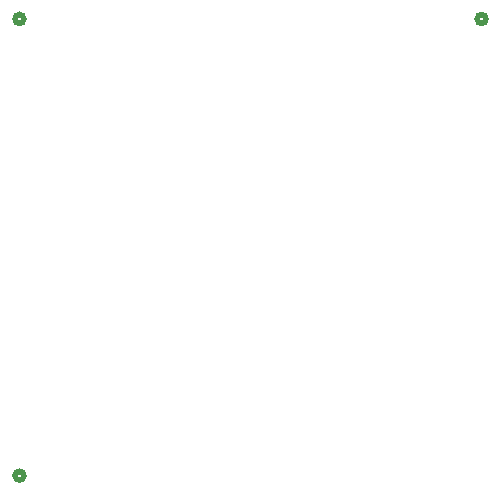
<source format=gbr>
%TF.GenerationSoftware,KiCad,Pcbnew,9.0.0*%
%TF.CreationDate,2025-04-17T09:53:27-07:00*%
%TF.ProjectId,EPS_Scales_RevC,4550535f-5363-4616-9c65-735f52657643,rev?*%
%TF.SameCoordinates,Original*%
%TF.FileFunction,Legend,Bot*%
%TF.FilePolarity,Positive*%
%FSLAX46Y46*%
G04 Gerber Fmt 4.6, Leading zero omitted, Abs format (unit mm)*
G04 Created by KiCad (PCBNEW 9.0.0) date 2025-04-17 09:53:27*
%MOMM*%
%LPD*%
G01*
G04 APERTURE LIST*
G04 Aperture macros list*
%AMRoundRect*
0 Rectangle with rounded corners*
0 $1 Rounding radius*
0 $2 $3 $4 $5 $6 $7 $8 $9 X,Y pos of 4 corners*
0 Add a 4 corners polygon primitive as box body*
4,1,4,$2,$3,$4,$5,$6,$7,$8,$9,$2,$3,0*
0 Add four circle primitives for the rounded corners*
1,1,$1+$1,$2,$3*
1,1,$1+$1,$4,$5*
1,1,$1+$1,$6,$7*
1,1,$1+$1,$8,$9*
0 Add four rect primitives between the rounded corners*
20,1,$1+$1,$2,$3,$4,$5,0*
20,1,$1+$1,$4,$5,$6,$7,0*
20,1,$1+$1,$6,$7,$8,$9,0*
20,1,$1+$1,$8,$9,$2,$3,0*%
G04 Aperture macros list end*
%ADD10C,0.508000*%
%ADD11C,0.800000*%
%ADD12C,5.400000*%
%ADD13R,1.700000X1.700000*%
%ADD14O,1.700000X1.700000*%
%ADD15R,0.900000X2.000000*%
%ADD16RoundRect,1.025000X-1.025000X-1.025000X1.025000X-1.025000X1.025000X1.025000X-1.025000X1.025000X0*%
%ADD17C,4.100000*%
G04 APERTURE END LIST*
D10*
%TO.C,J6*%
X112801300Y-73908700D02*
G75*
G02*
X112039300Y-73908700I-381000J0D01*
G01*
X112039300Y-73908700D02*
G75*
G02*
X112801300Y-73908700I381000J0D01*
G01*
%TO.C,J10*%
X151931300Y-35238700D02*
G75*
G02*
X151169300Y-35238700I-381000J0D01*
G01*
X151169300Y-35238700D02*
G75*
G02*
X151931300Y-35238700I381000J0D01*
G01*
%TO.C,J14*%
X112801300Y-35238700D02*
G75*
G02*
X112039300Y-35238700I-381000J0D01*
G01*
X112039300Y-35238700D02*
G75*
G02*
X112801300Y-35238700I381000J0D01*
G01*
%TD*%
%LPC*%
D11*
%TO.C,J3*%
X129605000Y-74550000D03*
X130198109Y-73118109D03*
X130198109Y-75981891D03*
X131630000Y-72525000D03*
D12*
X131630000Y-74550000D03*
D11*
X131630000Y-76575000D03*
X133061891Y-73118109D03*
X133061891Y-75981891D03*
X133655000Y-74550000D03*
%TD*%
%TO.C,J5*%
X129605000Y-88450000D03*
X130198109Y-87018109D03*
X130198109Y-89881891D03*
X131630000Y-86425000D03*
D12*
X131630000Y-88450000D03*
D11*
X131630000Y-90475000D03*
X133061891Y-87018109D03*
X133061891Y-89881891D03*
X133655000Y-88450000D03*
%TD*%
D13*
%TO.C,J8*%
X183280000Y-66450000D03*
D14*
X183280000Y-68990000D03*
X183280000Y-71530000D03*
X183280000Y-74070000D03*
%TD*%
D13*
%TO.C,J16*%
X176710000Y-102820000D03*
D14*
X176710000Y-105360000D03*
X176710000Y-107900000D03*
X176710000Y-110440000D03*
%TD*%
D15*
%TO.C,J1*%
X137130000Y-74500000D03*
X150630000Y-74500000D03*
D16*
X147480000Y-80500000D03*
D17*
X140280000Y-80500000D03*
%TD*%
D13*
%TO.C,J12*%
X148120000Y-96250000D03*
D14*
X148120000Y-98790000D03*
X148120000Y-101330000D03*
X148120000Y-103870000D03*
%TD*%
D11*
%TO.C,J4*%
X129605000Y-81500000D03*
X130198109Y-80068109D03*
X130198109Y-82931891D03*
X131630000Y-79475000D03*
D12*
X131630000Y-81500000D03*
D11*
X131630000Y-83525000D03*
X133061891Y-80068109D03*
X133061891Y-82931891D03*
X133655000Y-81500000D03*
%TD*%
%TO.C,J2*%
X129605000Y-67600000D03*
X130198109Y-66168109D03*
X130198109Y-69031891D03*
X131630000Y-65575000D03*
D12*
X131630000Y-67600000D03*
D11*
X131630000Y-69625000D03*
X133061891Y-66168109D03*
X133061891Y-69031891D03*
X133655000Y-67600000D03*
%TD*%
%LPD*%
M02*

</source>
